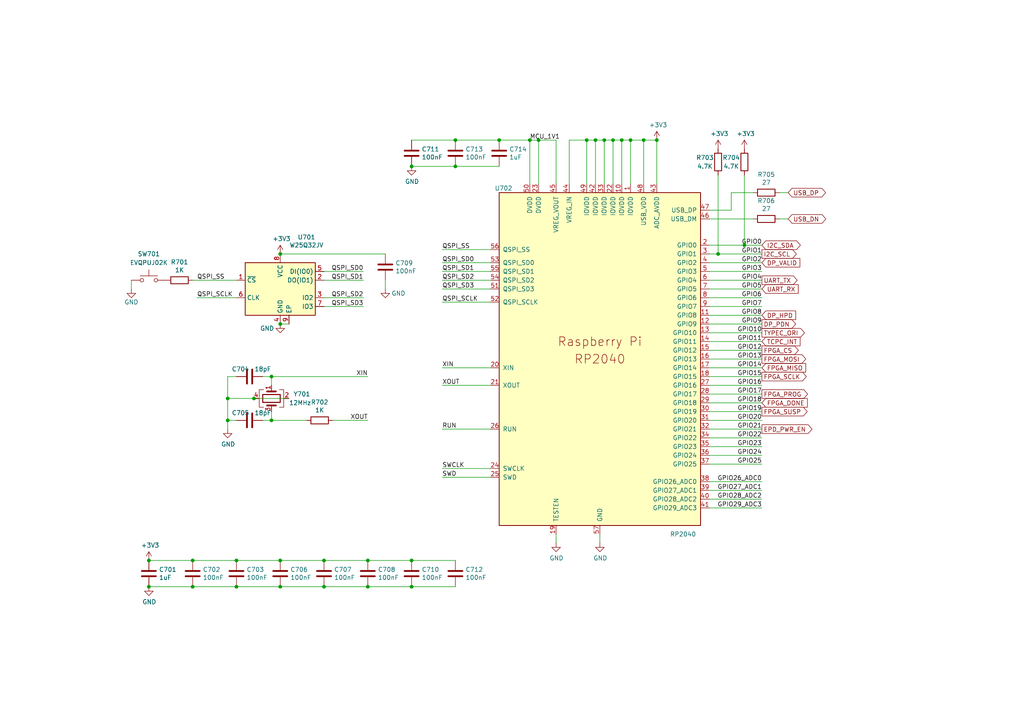
<source format=kicad_sch>
(kicad_sch (version 20211123) (generator eeschema)
  (paper "A4")
  (title_block (title "Caster EPDC") (date "2022-07-03") (rev "R0.4") (company "Copyright 2022 Modos / Engineer: Wenting Zhang"))
  (lib_symbols
    (symbol "Device:C" (pin_numbers hide) (pin_names (offset 0.254))
      (property "Reference" "C" (at 0.635 2.54 0))
      (property "Value" "C" (at 0.635 -2.54 0))
      (symbol "C_0_1"
        (polyline (pts (xy -2.032 -0.762) (xy 2.032 -0.762)) (stroke (width 0.508)))
        (polyline (pts (xy -2.032 0.762) (xy 2.032 0.762)) (stroke (width 0.508)))
      )
      (symbol "C_1_1"
        (pin passive line (at 0 3.81 270) (length 2.794) (name "~") (number "1"))
        (pin passive line (at 0 -3.81 90) (length 2.794) (name "~") (number "2"))
      )
    )
    (symbol "Device:Crystal_GND24" (pin_names (offset 1.016) hide)
      (property "Reference" "Y" (at 3.175 5.08 0))
      (property "Value" "Crystal_GND24" (at 3.175 3.175 0))
      (symbol "Crystal_GND24_0_1"
        (rectangle (start -1.143 2.54) (end 1.143 -2.54) (stroke (width 0.3048)))
        (polyline (pts (xy -2.54 0) (xy -2.032 0)))
        (polyline (pts (xy -2.032 -1.27) (xy -2.032 1.27)) (stroke (width 0.508)))
        (polyline (pts (xy 0 -3.81) (xy 0 -3.556)))
        (polyline (pts (xy 0 3.556) (xy 0 3.81)))
        (polyline (pts (xy 2.032 -1.27) (xy 2.032 1.27)) (stroke (width 0.508)))
        (polyline (pts (xy 2.032 0) (xy 2.54 0)))
        (polyline (pts (xy -2.54 -2.286) (xy -2.54 -3.556) (xy 2.54 -3.556) (xy 2.54 -2.286)))
        (polyline (pts (xy -2.54 2.286) (xy -2.54 3.556) (xy 2.54 3.556) (xy 2.54 2.286)))
      )
      (symbol "Crystal_GND24_1_1"
        (pin passive line (at -3.81 0 0) (length 1.27) (name "1") (number "1"))
        (pin passive line (at 0 5.08 270) (length 1.27) (name "2") (number "2"))
        (pin passive line (at 3.81 0 180) (length 1.27) (name "3") (number "3"))
        (pin passive line (at 0 -5.08 90) (length 1.27) (name "4") (number "4"))
      )
    )
    (symbol "Device:R" (pin_numbers hide) (pin_names (offset 0))
      (property "Reference" "R" (at 2.032 0 90))
      (property "Value" "R" (at 0 0 90))
      (symbol "R_0_1"
        (rectangle (start -1.016 -2.54) (end 1.016 2.54) (stroke (width 0.254)))
      )
      (symbol "R_1_1"
        (pin passive line (at 0 3.81 270) (length 1.27) (name "~") (number "1"))
        (pin passive line (at 0 -3.81 90) (length 1.27) (name "~") (number "2"))
      )
    )
    (symbol "MCU_RaspberryPi_RP2040:RP2040" (pin_names (offset 1.016))
      (property "Reference" "U" (at -29.21 49.53 0))
      (property "Value" "RP2040" (at 24.13 -49.53 0))
      (symbol "RP2040_0_0"
        (text "Raspberry Pi" (at 0 5.08 0) (effects (font (size 2.54 2.54))))
        (text "RP2040" (at 0 0 0) (effects (font (size 2.54 2.54))))
      )
      (symbol "RP2040_0_1"
        (rectangle (start 29.21 48.26) (end -29.21 -48.26) (stroke (width 0.254)) (fill (type background)))
      )
      (symbol "RP2040_1_1"
        (pin power_in line (at 8.89 50.8 270) (length 2.54) (name "IOVDD") (number "1"))
        (pin power_in line (at 6.35 50.8 270) (length 2.54) (name "IOVDD") (number "10"))
        (pin bidirectional line (at 31.75 12.7 180) (length 2.54) (name "GPIO8") (number "11"))
        (pin bidirectional line (at 31.75 10.16 180) (length 2.54) (name "GPIO9") (number "12"))
        (pin bidirectional line (at 31.75 7.62 180) (length 2.54) (name "GPIO10") (number "13"))
        (pin bidirectional line (at 31.75 5.08 180) (length 2.54) (name "GPIO11") (number "14"))
        (pin bidirectional line (at 31.75 2.54 180) (length 2.54) (name "GPIO12") (number "15"))
        (pin bidirectional line (at 31.75 0 180) (length 2.54) (name "GPIO13") (number "16"))
        (pin bidirectional line (at 31.75 -2.54 180) (length 2.54) (name "GPIO14") (number "17"))
        (pin bidirectional line (at 31.75 -5.08 180) (length 2.54) (name "GPIO15") (number "18"))
        (pin passive line (at -12.7 -50.8 90) (length 2.54) (name "TESTEN") (number "19"))
        (pin bidirectional line (at 31.75 33.02 180) (length 2.54) (name "GPIO0") (number "2"))
        (pin input line (at -31.75 -2.54 0) (length 2.54) (name "XIN") (number "20"))
        (pin passive line (at -31.75 -7.62 0) (length 2.54) (name "XOUT") (number "21"))
        (pin power_in line (at 3.81 50.8 270) (length 2.54) (name "IOVDD") (number "22"))
        (pin power_in line (at -17.78 50.8 270) (length 2.54) (name "DVDD") (number "23"))
        (pin output line (at -31.75 -31.75 0) (length 2.54) (name "SWCLK") (number "24"))
        (pin bidirectional line (at -31.75 -34.29 0) (length 2.54) (name "SWD") (number "25"))
        (pin input line (at -31.75 -20.32 0) (length 2.54) (name "RUN") (number "26"))
        (pin bidirectional line (at 31.75 -7.62 180) (length 2.54) (name "GPIO16") (number "27"))
        (pin bidirectional line (at 31.75 -10.16 180) (length 2.54) (name "GPIO17") (number "28"))
        (pin bidirectional line (at 31.75 -12.7 180) (length 2.54) (name "GPIO18") (number "29"))
        (pin bidirectional line (at 31.75 30.48 180) (length 2.54) (name "GPIO1") (number "3"))
        (pin bidirectional line (at 31.75 -15.24 180) (length 2.54) (name "GPIO19") (number "30"))
        (pin bidirectional line (at 31.75 -17.78 180) (length 2.54) (name "GPIO20") (number "31"))
        (pin bidirectional line (at 31.75 -20.32 180) (length 2.54) (name "GPIO21") (number "32"))
        (pin power_in line (at 1.27 50.8 270) (length 2.54) (name "IOVDD") (number "33"))
        (pin bidirectional line (at 31.75 -22.86 180) (length 2.54) (name "GPIO22") (number "34"))
        (pin bidirectional line (at 31.75 -25.4 180) (length 2.54) (name "GPIO23") (number "35"))
        (pin bidirectional line (at 31.75 -27.94 180) (length 2.54) (name "GPIO24") (number "36"))
        (pin bidirectional line (at 31.75 -30.48 180) (length 2.54) (name "GPIO25") (number "37"))
        (pin bidirectional line (at 31.75 -35.56 180) (length 2.54) (name "GPIO26_ADC0") (number "38"))
        (pin bidirectional line (at 31.75 -38.1 180) (length 2.54) (name "GPIO27_ADC1") (number "39"))
        (pin bidirectional line (at 31.75 27.94 180) (length 2.54) (name "GPIO2") (number "4"))
        (pin bidirectional line (at 31.75 -40.64 180) (length 2.54) (name "GPIO28_ADC2") (number "40"))
        (pin bidirectional line (at 31.75 -43.18 180) (length 2.54) (name "GPIO29_ADC3") (number "41"))
        (pin power_in line (at -1.27 50.8 270) (length 2.54) (name "IOVDD") (number "42"))
        (pin power_in line (at 16.51 50.8 270) (length 2.54) (name "ADC_AVDD") (number "43"))
        (pin power_in line (at -8.89 50.8 270) (length 2.54) (name "VREG_IN") (number "44"))
        (pin power_out line (at -12.7 50.8 270) (length 2.54) (name "VREG_VOUT") (number "45"))
        (pin bidirectional line (at 31.75 40.64 180) (length 2.54) (name "USB_DM") (number "46"))
        (pin bidirectional line (at 31.75 43.18 180) (length 2.54) (name "USB_DP") (number "47"))
        (pin power_in line (at 12.7 50.8 270) (length 2.54) (name "USB_VDD") (number "48"))
        (pin power_in line (at -3.81 50.8 270) (length 2.54) (name "IOVDD") (number "49"))
        (pin bidirectional line (at 31.75 25.4 180) (length 2.54) (name "GPIO3") (number "5"))
        (pin power_in line (at -20.32 50.8 270) (length 2.54) (name "DVDD") (number "50"))
        (pin bidirectional line (at -31.75 20.32 0) (length 2.54) (name "QSPI_SD3") (number "51"))
        (pin output line (at -31.75 16.51 0) (length 2.54) (name "QSPI_SCLK") (number "52"))
        (pin bidirectional line (at -31.75 27.94 0) (length 2.54) (name "QSPI_SD0") (number "53"))
        (pin bidirectional line (at -31.75 22.86 0) (length 2.54) (name "QSPI_SD2") (number "54"))
        (pin bidirectional line (at -31.75 25.4 0) (length 2.54) (name "QSPI_SD1") (number "55"))
        (pin bidirectional line (at -31.75 31.75 0) (length 2.54) (name "QSPI_SS") (number "56"))
        (pin power_in line (at 0 -50.8 90) (length 2.54) (name "GND") (number "57"))
        (pin bidirectional line (at 31.75 22.86 180) (length 2.54) (name "GPIO4") (number "6"))
        (pin bidirectional line (at 31.75 20.32 180) (length 2.54) (name "GPIO5") (number "7"))
        (pin bidirectional line (at 31.75 17.78 180) (length 2.54) (name "GPIO6") (number "8"))
        (pin bidirectional line (at 31.75 15.24 180) (length 2.54) (name "GPIO7") (number "9"))
      )
    )
    (symbol "Memory_Flash:W25Q32JVZP"
      (property "Reference" "U" (at -8.89 8.89 0))
      (property "Value" "W25Q32JVZP" (at 7.62 8.89 0))
      (symbol "W25Q32JVZP_0_1"
        (rectangle (start -10.16 7.62) (end 10.16 -7.62) (stroke (width 0.254)) (fill (type background)))
      )
      (symbol "W25Q32JVZP_1_1"
        (pin input line (at -12.7 2.54 0) (length 2.54) (name "~{CS}") (number "1"))
        (pin bidirectional line (at 12.7 2.54 180) (length 2.54) (name "DO(IO1)") (number "2"))
        (pin bidirectional line (at 12.7 -2.54 180) (length 2.54) (name "IO2") (number "3"))
        (pin power_in line (at 0 -10.16 90) (length 2.54) (name "GND") (number "4"))
        (pin bidirectional line (at 12.7 5.08 180) (length 2.54) (name "DI(IO0)") (number "5"))
        (pin input line (at -12.7 -2.54 0) (length 2.54) (name "CLK") (number "6"))
        (pin bidirectional line (at 12.7 -5.08 180) (length 2.54) (name "IO3") (number "7"))
        (pin power_in line (at 0 10.16 270) (length 2.54) (name "VCC") (number "8"))
        (pin passive line (at 2.54 -10.16 90) (length 2.54) (name "EP") (number "9"))
      )
    )
    (symbol "Switch:SW_Push" (pin_numbers hide) (pin_names (offset 1.016) hide)
      (property "Reference" "SW" (at 1.27 2.54 0))
      (property "Value" "SW_Push" (at 0 -1.524 0))
      (symbol "SW_Push_0_1"
        (circle (center -2.032 0) (radius 0.508))
        (polyline (pts (xy 0 1.27) (xy 0 3.048)))
        (polyline (pts (xy 2.54 1.27) (xy -2.54 1.27)))
        (circle (center 2.032 0) (radius 0.508))
        (pin passive line (at -5.08 0 0) (length 2.54) (name "1") (number "1"))
        (pin passive line (at 5.08 0 180) (length 2.54) (name "2") (number "2"))
      )
    )
    (symbol "power:+3V3" (power) (pin_names (offset 0))
      (property "Value" "+3V3" (at 0 3.556 0))
      (symbol "+3V3_0_1"
        (polyline (pts (xy -0.762 1.27) (xy 0 2.54)))
        (polyline (pts (xy 0 0) (xy 0 2.54)))
        (polyline (pts (xy 0 2.54) (xy 0.762 1.27)))
      )
      (symbol "+3V3_1_1"
        (pin power_in line (at 0 0 90) (length 0) hide (name "+3V3") (number "1"))
      )
    )
    (symbol "power:GND" (power) (pin_names (offset 0))
      (property "Value" "GND" (at 0 -3.81 0))
      (symbol "GND_0_1"
        (polyline (pts (xy 0 0) (xy 0 -1.27) (xy 1.27 -1.27) (xy 0 -2.54) (xy -1.27 -1.27) (xy 0 -1.27)))
      )
      (symbol "GND_1_1"
        (pin power_in line (at 0 0 270) (length 0) hide (name "GND") (number "1"))
      )
    )
  )
  (junction (at 156.21 40.64) (diameter 0.9144))
  (junction (at 153.67 40.64) (diameter 0.9144))
  (junction (at 68.58 170.18) (diameter 0.9144))
  (junction (at 172.72 40.64) (diameter 0.9144))
  (junction (at 106.68 170.18) (diameter 0.9144))
  (junction (at 177.8 40.64) (diameter 0.9144))
  (junction (at 78.74 121.92) (diameter 0.9144))
  (junction (at 81.28 162.56) (diameter 0.9144))
  (junction (at 119.38 162.56) (diameter 0.9144))
  (junction (at 93.98 170.18) (diameter 0.9144))
  (junction (at 144.78 40.64) (diameter 0.9144))
  (junction (at 119.38 48.26) (diameter 0.9144))
  (junction (at 73.66 115.57) (diameter 0.9144))
  (junction (at 175.26 40.64) (diameter 0.9144))
  (junction (at 43.18 170.18) (diameter 0.9144))
  (junction (at 106.68 162.56) (diameter 0.9144))
  (junction (at 78.74 109.22) (diameter 0.9144))
  (junction (at 81.28 73.66))
  (junction (at 55.88 162.56) (diameter 0.9144))
  (junction (at 180.34 40.64) (diameter 0.9144))
  (junction (at 182.88 40.64) (diameter 0.9144))
  (junction (at 132.08 48.26) (diameter 0.9144))
  (junction (at 55.88 170.18) (diameter 0.9144))
  (junction (at 66.04 115.57) (diameter 0.9144))
  (junction (at 66.04 121.92) (diameter 0.9144))
  (junction (at 190.5 40.64) (diameter 0.9144))
  (junction (at 132.08 40.64) (diameter 0.9144))
  (junction (at 68.58 162.56) (diameter 0.9144))
  (junction (at 93.98 162.56) (diameter 0.9144))
  (junction (at 81.28 170.18) (diameter 0.9144))
  (junction (at 119.38 170.18) (diameter 0.9144))
  (junction (at 43.18 162.56) (diameter 0.9144))
  (junction (at 81.28 93.98))
  (junction (at 170.18 40.64) (diameter 0.9144))
  (junction (at 186.69 40.64) (diameter 0.9144))
  (junction (at 215.9 71.12) (diameter 0.9144))
  (junction (at 208.28 73.66) (diameter 0.9144))
  (wire (pts (xy 205.74 73.66) (xy 208.28 73.66)))
  (wire (pts (xy 111.76 81.28) (xy 111.76 83.82)))
  (wire (pts (xy 119.38 40.64) (xy 132.08 40.64)))
  (wire (pts (xy 175.26 40.64) (xy 177.8 40.64)))
  (wire (pts (xy 205.74 134.62) (xy 220.98 134.62)))
  (wire (pts (xy 78.74 111.76) (xy 78.74 109.22)))
  (wire (pts (xy 190.5 40.64) (xy 190.5 53.34)))
  (wire (pts (xy 186.69 53.34) (xy 186.69 40.64)))
  (wire (pts (xy 93.98 81.28) (xy 105.41 81.28)))
  (wire (pts (xy 81.28 93.98) (xy 83.82 93.98)))
  (wire (pts (xy 96.52 121.92) (xy 106.68 121.92)))
  (wire (pts (xy 93.98 170.18) (xy 106.68 170.18)))
  (wire (pts (xy 66.04 121.92) (xy 68.58 121.92)))
  (wire (pts (xy 186.69 40.64) (xy 190.5 40.64)))
  (wire (pts (xy 78.74 121.92) (xy 76.2 121.92)))
  (wire (pts (xy 153.67 40.64) (xy 153.67 53.34)))
  (wire (pts (xy 66.04 121.92) (xy 66.04 124.46)))
  (wire (pts (xy 205.74 81.28) (xy 220.98 81.28)))
  (wire (pts (xy 156.21 40.64) (xy 153.67 40.64)))
  (wire (pts (xy 161.29 154.94) (xy 161.29 157.48)))
  (wire (pts (xy 177.8 53.34) (xy 177.8 40.64)))
  (wire (pts (xy 205.74 119.38) (xy 220.98 119.38)))
  (wire (pts (xy 205.74 101.6) (xy 220.98 101.6)))
  (wire (pts (xy 119.38 48.26) (xy 132.08 48.26)))
  (wire (pts (xy 180.34 53.34) (xy 180.34 40.64)))
  (wire (pts (xy 226.06 63.5) (xy 228.6 63.5)))
  (wire (pts (xy 68.58 162.56) (xy 81.28 162.56)))
  (wire (pts (xy 76.2 109.22) (xy 78.74 109.22)))
  (wire (pts (xy 205.74 121.92) (xy 220.98 121.92)))
  (wire (pts (xy 165.1 53.34) (xy 165.1 40.64)))
  (wire (pts (xy 208.28 50.8) (xy 208.28 73.66)))
  (wire (pts (xy 78.74 109.22) (xy 106.68 109.22)))
  (wire (pts (xy 205.74 60.96) (xy 212.09 60.96)))
  (wire (pts (xy 205.74 78.74) (xy 220.98 78.74)))
  (wire (pts (xy 208.28 73.66) (xy 220.98 73.66)))
  (wire (pts (xy 177.8 40.64) (xy 180.34 40.64)))
  (wire (pts (xy 128.27 124.46) (xy 142.24 124.46)))
  (wire (pts (xy 66.04 109.22) (xy 66.04 115.57)))
  (wire (pts (xy 83.82 115.57) (xy 73.66 115.57)))
  (wire (pts (xy 205.74 86.36) (xy 220.98 86.36)))
  (wire (pts (xy 66.04 115.57) (xy 73.66 115.57)))
  (wire (pts (xy 38.1 81.28) (xy 38.1 83.82)))
  (wire (pts (xy 215.9 50.8) (xy 215.9 71.12)))
  (wire (pts (xy 119.38 170.18) (xy 132.08 170.18)))
  (wire (pts (xy 93.98 162.56) (xy 106.68 162.56)))
  (wire (pts (xy 205.74 91.44) (xy 220.98 91.44)))
  (wire (pts (xy 78.74 119.38) (xy 78.74 121.92)))
  (wire (pts (xy 119.38 162.56) (xy 132.08 162.56)))
  (wire (pts (xy 142.24 135.89) (xy 128.27 135.89)))
  (wire (pts (xy 132.08 48.26) (xy 144.78 48.26)))
  (wire (pts (xy 128.27 106.68) (xy 142.24 106.68)))
  (wire (pts (xy 128.27 83.82) (xy 142.24 83.82)))
  (wire (pts (xy 173.99 154.94) (xy 173.99 157.48)))
  (wire (pts (xy 170.18 53.34) (xy 170.18 40.64)))
  (wire (pts (xy 205.74 83.82) (xy 220.98 83.82)))
  (wire (pts (xy 205.74 106.68) (xy 220.98 106.68)))
  (wire (pts (xy 205.74 142.24) (xy 220.98 142.24)))
  (wire (pts (xy 55.88 162.56) (xy 68.58 162.56)))
  (wire (pts (xy 205.74 71.12) (xy 215.9 71.12)))
  (wire (pts (xy 205.74 76.2) (xy 220.98 76.2)))
  (wire (pts (xy 132.08 40.64) (xy 144.78 40.64)))
  (wire (pts (xy 180.34 40.64) (xy 182.88 40.64)))
  (wire (pts (xy 205.74 111.76) (xy 220.98 111.76)))
  (wire (pts (xy 205.74 127) (xy 220.98 127)))
  (wire (pts (xy 68.58 109.22) (xy 66.04 109.22)))
  (wire (pts (xy 172.72 53.34) (xy 172.72 40.64)))
  (wire (pts (xy 142.24 72.39) (xy 128.27 72.39)))
  (wire (pts (xy 226.06 55.88) (xy 228.6 55.88)))
  (wire (pts (xy 205.74 104.14) (xy 220.98 104.14)))
  (wire (pts (xy 81.28 170.18) (xy 93.98 170.18)))
  (wire (pts (xy 106.68 162.56) (xy 119.38 162.56)))
  (wire (pts (xy 182.88 40.64) (xy 186.69 40.64)))
  (wire (pts (xy 156.21 53.34) (xy 156.21 40.64)))
  (wire (pts (xy 205.74 129.54) (xy 220.98 129.54)))
  (wire (pts (xy 144.78 40.64) (xy 153.67 40.64)))
  (wire (pts (xy 43.18 170.18) (xy 55.88 170.18)))
  (wire (pts (xy 93.98 86.36) (xy 105.41 86.36)))
  (wire (pts (xy 81.28 162.56) (xy 93.98 162.56)))
  (wire (pts (xy 205.74 139.7) (xy 220.98 139.7)))
  (wire (pts (xy 205.74 144.78) (xy 220.98 144.78)))
  (wire (pts (xy 156.21 40.64) (xy 161.29 40.64)))
  (wire (pts (xy 161.29 40.64) (xy 161.29 53.34)))
  (wire (pts (xy 172.72 40.64) (xy 175.26 40.64)))
  (wire (pts (xy 205.74 132.08) (xy 220.98 132.08)))
  (wire (pts (xy 170.18 40.64) (xy 172.72 40.64)))
  (wire (pts (xy 88.9 121.92) (xy 78.74 121.92)))
  (wire (pts (xy 205.74 147.32) (xy 220.98 147.32)))
  (wire (pts (xy 43.18 162.56) (xy 55.88 162.56)))
  (wire (pts (xy 205.74 93.98) (xy 220.98 93.98)))
  (wire (pts (xy 205.74 63.5) (xy 218.44 63.5)))
  (wire (pts (xy 81.28 73.66) (xy 111.76 73.66)))
  (wire (pts (xy 205.74 116.84) (xy 220.98 116.84)))
  (wire (pts (xy 93.98 88.9) (xy 105.41 88.9)))
  (wire (pts (xy 205.74 124.46) (xy 220.98 124.46)))
  (wire (pts (xy 142.24 138.43) (xy 128.27 138.43)))
  (wire (pts (xy 57.15 86.36) (xy 68.58 86.36)))
  (wire (pts (xy 55.88 81.28) (xy 68.58 81.28)))
  (wire (pts (xy 128.27 76.2) (xy 142.24 76.2)))
  (wire (pts (xy 165.1 40.64) (xy 170.18 40.64)))
  (wire (pts (xy 142.24 111.76) (xy 128.27 111.76)))
  (wire (pts (xy 68.58 170.18) (xy 81.28 170.18)))
  (wire (pts (xy 205.74 96.52) (xy 220.98 96.52)))
  (wire (pts (xy 66.04 115.57) (xy 66.04 121.92)))
  (wire (pts (xy 93.98 78.74) (xy 105.41 78.74)))
  (wire (pts (xy 205.74 114.3) (xy 220.98 114.3)))
  (wire (pts (xy 175.26 53.34) (xy 175.26 40.64)))
  (wire (pts (xy 205.74 109.22) (xy 220.98 109.22)))
  (wire (pts (xy 182.88 40.64) (xy 182.88 53.34)))
  (wire (pts (xy 55.88 170.18) (xy 68.58 170.18)))
  (wire (pts (xy 215.9 71.12) (xy 220.98 71.12)))
  (wire (pts (xy 212.09 55.88) (xy 218.44 55.88)))
  (wire (pts (xy 205.74 88.9) (xy 220.98 88.9)))
  (wire (pts (xy 142.24 87.63) (xy 128.27 87.63)))
  (wire (pts (xy 106.68 170.18) (xy 119.38 170.18)))
  (wire (pts (xy 212.09 55.88) (xy 212.09 60.96)))
  (wire (pts (xy 128.27 81.28) (xy 142.24 81.28)))
  (wire (pts (xy 128.27 78.74) (xy 142.24 78.74)))
  (wire (pts (xy 205.74 99.06) (xy 220.98 99.06)))
  (label "XIN" (at 106.68 109.22 180))
  (label "QSPI_SD2" (at 105.41 86.36 180))
  (label "QSPI_SD0" (at 128.27 76.2 0))
  (label "GPIO4" (at 220.98 81.28 180))
  (label "QSPI_SD3" (at 105.41 88.9 180))
  (label "XOUT" (at 106.68 121.92 180))
  (label "GPIO27_ADC1" (at 220.98 142.24 180))
  (label "GPIO13" (at 220.98 104.14 180))
  (label "QSPI_SD0" (at 105.41 78.74 180))
  (label "GPIO23" (at 220.98 129.54 180))
  (label "QSPI_SS" (at 57.15 81.28 0))
  (label "GPIO11" (at 220.98 99.06 180))
  (label "GPIO20" (at 220.98 121.92 180))
  (label "XIN" (at 128.27 106.68 0))
  (label "GPIO14" (at 220.98 106.68 180))
  (label "QSPI_SD1" (at 128.27 78.74 0))
  (label "GPIO5" (at 220.98 83.82 180))
  (label "GPIO16" (at 220.98 111.76 180))
  (label "GPIO26_ADC0" (at 220.98 139.7 180))
  (label "GPIO0" (at 220.98 71.12 180))
  (label "GPIO9" (at 220.98 93.98 180))
  (label "GPIO7" (at 220.98 88.9 180))
  (label "XOUT" (at 128.27 111.76 0))
  (label "QSPI_SCLK" (at 57.15 86.36 0))
  (label "GPIO21" (at 220.98 124.46 180))
  (label "GPIO22" (at 220.98 127 180))
  (label "QSPI_SD1" (at 105.41 81.28 180))
  (label "SWCLK" (at 128.27 135.89 0))
  (label "GPIO18" (at 220.98 116.84 180))
  (label "GPIO6" (at 220.98 86.36 180))
  (label "SWD" (at 128.27 138.43 0))
  (label "RUN" (at 128.27 124.46 0))
  (label "GPIO15" (at 220.98 109.22 180))
  (label "GPIO10" (at 220.98 96.52 180))
  (label "QSPI_SS" (at 128.27 72.39 0))
  (label "GPIO12" (at 220.98 101.6 180))
  (label "GPIO19" (at 220.98 119.38 180))
  (label "GPIO24" (at 220.98 132.08 180))
  (label "QSPI_SD2" (at 128.27 81.28 0))
  (label "GPIO8" (at 220.98 91.44 180))
  (label "QSPI_SCLK" (at 128.27 87.63 0))
  (label "QSPI_SD3" (at 128.27 83.82 0))
  (label "GPIO17" (at 220.98 114.3 180))
  (label "MCU_1V1" (at 153.67 40.64 0))
  (label "GPIO1" (at 220.98 73.66 180))
  (label "GPIO28_ADC2" (at 220.98 144.78 180))
  (label "GPIO2" (at 220.98 76.2 180))
  (label "GPIO3" (at 220.98 78.74 180))
  (label "GPIO29_ADC3" (at 220.98 147.32 180))
  (label "GPIO25" (at 220.98 134.62 180))
  (global_label "UART_RX" (shape input) (at 220.98 83.82 0) (property "Intersheet References" "${INTERSHEET_REFS}" (effects hide)))
  (global_label "USB_DN" (shape bidirectional) (at 228.6 63.5 0) (property "Intersheet References" "${INTERSHEET_REFS}" (effects hide)))
  (global_label "DP_PDN" (shape output) (at 220.98 93.98 0) (property "Intersheet References" "${INTERSHEET_REFS}" (effects hide)))
  (global_label "I2C_SCL" (shape output) (at 220.98 73.66 0) (property "Intersheet References" "${INTERSHEET_REFS}" (effects hide)))
  (global_label "FPGA_MISO" (shape input) (at 220.98 106.68 0) (property "Intersheet References" "${INTERSHEET_REFS}" (effects hide)))
  (global_label "UART_TX" (shape output) (at 220.98 81.28 0) (property "Intersheet References" "${INTERSHEET_REFS}" (effects hide)))
  (global_label "FPGA_CS" (shape output) (at 220.98 101.6 0) (property "Intersheet References" "${INTERSHEET_REFS}" (effects hide)))
  (global_label "TCPC_INT" (shape input) (at 220.98 99.06 0) (property "Intersheet References" "${INTERSHEET_REFS}" (effects hide)))
  (global_label "FPGA_SUSP" (shape output) (at 220.98 119.38 0) (property "Intersheet References" "${INTERSHEET_REFS}" (effects hide)))
  (global_label "FPGA_SCLK" (shape output) (at 220.98 109.22 0) (property "Intersheet References" "${INTERSHEET_REFS}" (effects hide)))
  (global_label "DP_HPD" (shape input) (at 220.98 91.44 0) (property "Intersheet References" "${INTERSHEET_REFS}" (effects hide)))
  (global_label "TYPEC_ORI" (shape output) (at 220.98 96.52 0) (property "Intersheet References" "${INTERSHEET_REFS}" (effects hide)))
  (global_label "I2C_SDA" (shape bidirectional) (at 220.98 71.12 0) (property "Intersheet References" "${INTERSHEET_REFS}" (effects hide)))
  (global_label "EPD_PWR_EN" (shape output) (at 220.98 124.46 0) (property "Intersheet References" "${INTERSHEET_REFS}" (effects hide)))
  (global_label "FPGA_PROG" (shape output) (at 220.98 114.3 0) (property "Intersheet References" "${INTERSHEET_REFS}" (effects hide)))
  (global_label "FPGA_DONE" (shape input) (at 220.98 116.84 0) (property "Intersheet References" "${INTERSHEET_REFS}" (effects hide)))
  (global_label "FPGA_MOSI" (shape output) (at 220.98 104.14 0) (property "Intersheet References" "${INTERSHEET_REFS}" (effects hide)))
  (global_label "USB_DP" (shape bidirectional) (at 228.6 55.88 0) (property "Intersheet References" "${INTERSHEET_REFS}" (effects hide)))
  (global_label "DP_VALID" (shape input) (at 220.98 76.2 0) (property "Intersheet References" "${INTERSHEET_REFS}" (effects hide)))
  (symbol (lib_id "Device:C") (at 68.58 166.37 0) (unit 1)
    (property "Reference" "C703" (at 71.501 165.2016 0) (effects (justify left)))
    (property "Value" "100nF" (at 71.501 167.513 0) (effects (justify left)))
    (property "Footprint" "Capacitor_SMD:C_0402_1005Metric" (effects hide))
  )
  (symbol (lib_id "power:GND") (at 119.38 48.26 0) (unit 1)
    (property "Reference" "#PWR0158" (effects hide))
    (property "Value" "GND" (at 119.507 52.6542 0))
  )
  (symbol (lib_id "Switch:SW_Push") (at 43.18 81.28 0) (mirror y) (unit 1)
    (property "Reference" "SW701" (at 43.18 73.66 0))
    (property "Value" "EVQPUJ02K" (at 43.18 76.2 0))
    (property "Footprint" "Button_Switch_SMD:SW_SPST_CK_KXT3" (effects hide))
  )
  (symbol (lib_id "power:GND") (at 161.29 157.48 0) (unit 1)
    (property "Reference" "#PWR0161" (effects hide))
    (property "Value" "GND" (at 161.417 161.8742 0))
  )
  (symbol (lib_id "Device:R") (at 92.71 121.92 270) (unit 1)
    (property "Reference" "R702" (at 92.71 116.6622 90))
    (property "Value" "1K" (at 92.71 118.9736 90))
    (property "Footprint" "Resistor_SMD:R_0402_1005Metric" (effects hide))
  )
  (symbol (lib_id "power:+3V3") (at 190.5 40.64 0) (unit 1)
    (property "Reference" "#PWR0171" (effects hide))
    (property "Value" "+3V3" (at 190.881 36.2458 0))
  )
  (symbol (lib_id "Device:C") (at 81.28 166.37 0) (unit 1)
    (property "Reference" "C706" (at 84.201 165.2016 0) (effects (justify left)))
    (property "Value" "100nF" (at 84.201 167.513 0) (effects (justify left)))
    (property "Footprint" "Capacitor_SMD:C_0402_1005Metric" (effects hide))
  )
  (symbol (lib_id "power:GND") (at 66.04 124.46 0) (unit 1)
    (property "Reference" "#PWR0165" (effects hide))
    (property "Value" "GND" (at 66.167 128.8542 0))
  )
  (symbol (lib_id "Device:C") (at 106.68 166.37 0) (unit 1)
    (property "Reference" "C708" (at 109.601 165.2016 0) (effects (justify left)))
    (property "Value" "100nF" (at 109.601 167.513 0) (effects (justify left)))
    (property "Footprint" "Capacitor_SMD:C_0402_1005Metric" (effects hide))
  )
  (symbol (lib_id "Device:C") (at 55.88 166.37 0) (unit 1)
    (property "Reference" "C702" (at 58.801 165.2016 0) (effects (justify left)))
    (property "Value" "100nF" (at 58.801 167.513 0) (effects (justify left)))
    (property "Footprint" "Capacitor_SMD:C_0402_1005Metric" (effects hide))
  )
  (symbol (lib_id "Device:C") (at 43.18 166.37 0) (unit 1)
    (property "Reference" "C701" (at 46.101 165.202 0) (effects (justify left)))
    (property "Value" "1uF" (at 46.101 167.513 0) (effects (justify left)))
    (property "Footprint" "Capacitor_SMD:C_0402_1005Metric" (effects hide))
  )
  (symbol (lib_id "power:GND") (at 173.99 157.48 0) (unit 1)
    (property "Reference" "#PWR0160" (effects hide))
    (property "Value" "GND" (at 174.117 161.8742 0))
  )
  (symbol (lib_id "Device:C") (at 132.08 44.45 0) (unit 1)
    (property "Reference" "C713" (at 135.001 43.2816 0) (effects (justify left)))
    (property "Value" "100nF" (at 135.001 45.593 0) (effects (justify left)))
    (property "Footprint" "Capacitor_SMD:C_0402_1005Metric" (effects hide))
  )
  (symbol (lib_id "Device:C") (at 111.76 77.47 0) (unit 1)
    (property "Reference" "C709" (at 114.681 76.3016 0) (effects (justify left)))
    (property "Value" "100nF" (at 114.681 78.613 0) (effects (justify left)))
    (property "Footprint" "Capacitor_SMD:C_0402_1005Metric" (effects hide))
  )
  (symbol (lib_id "power:GND") (at 38.1 83.82 0) (unit 1)
    (property "Reference" "#PWR0164" (effects hide))
    (property "Value" "GND" (at 38.1 87.63 0))
  )
  (symbol (lib_id "Device:R") (at 222.25 63.5 270) (unit 1)
    (property "Reference" "R706" (at 222.25 58.2422 90))
    (property "Value" "27" (at 222.25 60.5536 90))
    (property "Footprint" "Resistor_SMD:R_0402_1005Metric" (effects hide))
  )
  (symbol (lib_id "Device:C") (at 119.38 166.37 0) (unit 1)
    (property "Reference" "C710" (at 122.301 165.2016 0) (effects (justify left)))
    (property "Value" "100nF" (at 122.301 167.513 0) (effects (justify left)))
    (property "Footprint" "Capacitor_SMD:C_0402_1005Metric" (effects hide))
  )
  (symbol (lib_id "power:+3V3") (at 43.18 162.56 0) (unit 1)
    (property "Reference" "#PWR0162" (effects hide))
    (property "Value" "+3V3" (at 43.561 158.1658 0))
  )
  (symbol (lib_id "MCU_RaspberryPi_RP2040:RP2040") (at 173.99 104.14 0) (unit 1)
    (property "Reference" "U702" (at 146.05 54.61 0))
    (property "Value" "RP2040" (at 198.12 154.94 0))
    (property "Footprint" "footprints:RP2040-QFN-56" (effects hide))
  )
  (symbol (lib_id "Device:C") (at 93.98 166.37 0) (unit 1)
    (property "Reference" "C707" (at 96.901 165.2016 0) (effects (justify left)))
    (property "Value" "100nF" (at 96.901 167.513 0) (effects (justify left)))
    (property "Footprint" "Capacitor_SMD:C_0402_1005Metric" (effects hide))
  )
  (symbol (lib_id "Device:R") (at 208.28 46.99 0) (unit 1)
    (property "Reference" "R703" (at 204.47 45.72 0))
    (property "Value" "4.7K" (at 204.47 48.26 0))
    (property "Footprint" "Resistor_SMD:R_0402_1005Metric" (effects hide))
  )
  (symbol (lib_id "Device:C") (at 72.39 109.22 270) (unit 1)
    (property "Reference" "C704" (at 67.2084 107.061 90) (effects (justify left)))
    (property "Value" "18pF" (at 73.787 107.061 90) (effects (justify left)))
    (property "Footprint" "Capacitor_SMD:C_0402_1005Metric" (effects hide))
  )
  (symbol (lib_id "power:GND") (at 111.76 83.82 0) (unit 1)
    (property "Reference" "#PWR0168" (effects hide))
    (property "Value" "GND" (at 115.57 85.09 0))
  )
  (symbol (lib_id "Device:R") (at 52.07 81.28 270) (unit 1)
    (property "Reference" "R701" (at 52.07 76.0222 90))
    (property "Value" "1K" (at 52.07 78.3336 90))
    (property "Footprint" "Resistor_SMD:R_0402_1005Metric" (effects hide))
  )
  (symbol (lib_id "Device:C") (at 144.78 44.45 0) (unit 1)
    (property "Reference" "C714" (at 147.701 43.2816 0) (effects (justify left)))
    (property "Value" "1uF" (at 147.701 45.593 0) (effects (justify left)))
    (property "Footprint" "Capacitor_SMD:C_0402_1005Metric" (effects hide))
  )
  (symbol (lib_id "power:GND") (at 43.18 170.18 0) (unit 1)
    (property "Reference" "#PWR0163" (effects hide))
    (property "Value" "GND" (at 43.307 174.5742 0))
  )
  (symbol (lib_id "power:+3V3") (at 215.9 43.18 0) (unit 1)
    (property "Reference" "#PWR0169" (effects hide))
    (property "Value" "+3V3" (at 216.281 38.7858 0))
  )
  (symbol (lib_id "Memory_Flash:W25Q32JVZP") (at 81.28 83.82 0) (unit 1)
    (property "Reference" "U701" (at 88.9 68.809 0))
    (property "Value" "W25Q32JV" (at 88.9 71.12 0))
    (property "Footprint" "Package_SON:WSON-8-1EP_6x5mm_P1.27mm_EP3.4x4.3mm" (effects hide))
    (property "Datasheet" "http://www.winbond.com/resource-files/w25q32jv%20revg%2003272018%20plus.pdf" (effects hide))
    (property "LCSC" "C571260" (effects hide))
    (property "Ref.Price" "0.9559" (effects hide))
  )
  (symbol (lib_id "power:+3V3") (at 81.28 73.66 0) (unit 1)
    (property "Reference" "#PWR0166" (effects hide))
    (property "Value" "+3V3" (at 81.661 69.2658 0))
  )
  (symbol (lib_id "Device:C") (at 72.39 121.92 270) (unit 1)
    (property "Reference" "C705" (at 67.2084 119.761 90) (effects (justify left)))
    (property "Value" "18pF" (at 73.787 119.761 90) (effects (justify left)))
    (property "Footprint" "Capacitor_SMD:C_0402_1005Metric" (effects hide))
  )
  (symbol (lib_id "power:GND") (at 81.28 93.98 0) (unit 1)
    (property "Reference" "#PWR0167" (effects hide))
    (property "Value" "GND" (at 77.47 95.25 0))
  )
  (symbol (lib_id "Device:C") (at 119.38 44.45 0) (unit 1)
    (property "Reference" "C711" (at 122.301 43.2816 0) (effects (justify left)))
    (property "Value" "100nF" (at 122.301 45.593 0) (effects (justify left)))
    (property "Footprint" "Capacitor_SMD:C_0402_1005Metric" (effects hide))
  )
  (symbol (lib_id "power:+3V3") (at 208.28 43.18 0) (unit 1)
    (property "Reference" "#PWR0170" (effects hide))
    (property "Value" "+3V3" (at 208.661 38.7858 0))
  )
  (symbol (lib_id "Device:C") (at 132.08 166.37 0) (unit 1)
    (property "Reference" "C712" (at 135.001 165.2016 0) (effects (justify left)))
    (property "Value" "100nF" (at 135.001 167.513 0) (effects (justify left)))
    (property "Footprint" "Capacitor_SMD:C_0402_1005Metric" (effects hide))
  )
  (symbol (lib_id "Device:R") (at 222.25 55.88 270) (unit 1)
    (property "Reference" "R705" (at 222.25 50.6222 90))
    (property "Value" "27" (at 222.25 52.9336 90))
    (property "Footprint" "Resistor_SMD:R_0402_1005Metric" (effects hide))
  )
  (symbol (lib_id "Device:Crystal_GND24") (at 78.74 115.57 270) (unit 1)
    (property "Reference" "Y701" (at 85.09 114.3 90) (effects (justify left)))
    (property "Value" "12MHz" (at 83.82 116.84 90) (effects (justify left)))
    (property "Footprint" "Oscillator:Oscillator_SMD_Abracon_ASE-4Pin_3.2x2.5mm" (effects hide))
  )
  (symbol (lib_id "Device:R") (at 215.9 46.99 0) (unit 1)
    (property "Reference" "R704" (at 212.09 45.72 0))
    (property "Value" "4.7K" (at 212.09 48.26 0))
    (property "Footprint" "Resistor_SMD:R_0402_1005Metric" (effects hide))
  )
)
</source>
